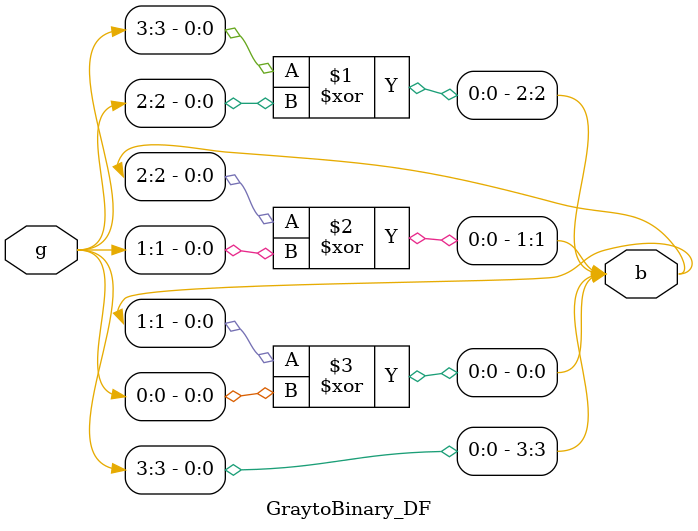
<source format=v>
`timescale 1ns / 1ps


module GraytoBinary_DF(input [3:0]g,output [3:0]b);
assign b[3]=g[3];
assign b[2] = b[3] ^ g[2];
assign b[1] = b[2] ^ g[1];
assign b[0] = b[1] ^ g[0];
endmodule

</source>
